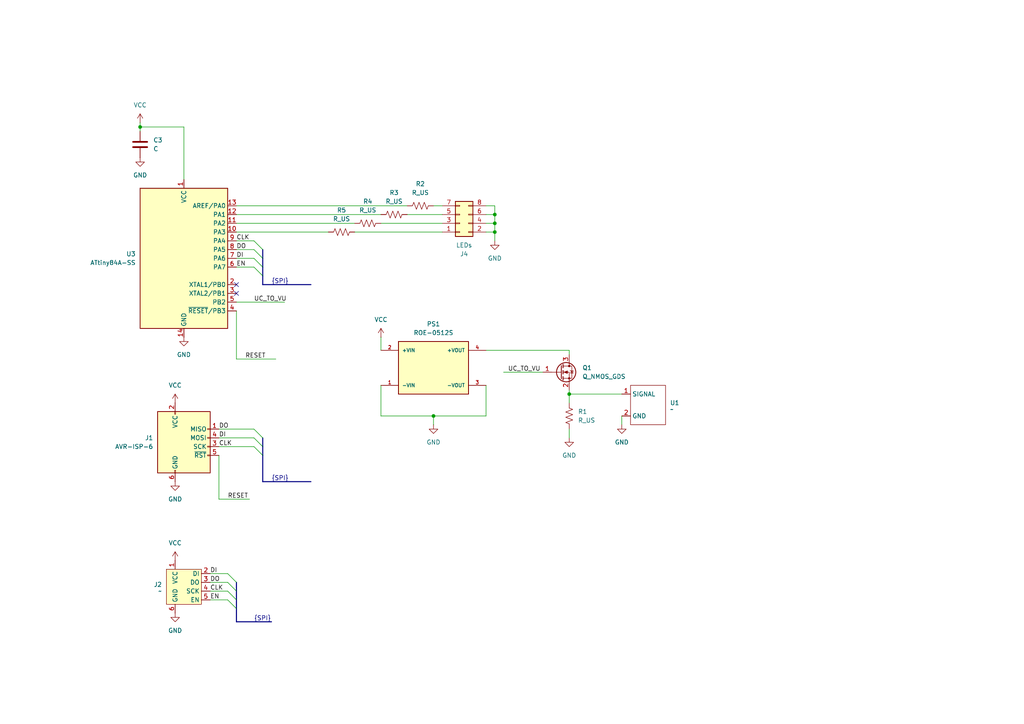
<source format=kicad_sch>
(kicad_sch (version 20231120) (generator "eeschema") (generator_version "8.0")
  (paper "A4")
  (lib_symbols
    (symbol "Connector:AVR-ISP-6" (pin_names (offset 1.016))
      (property "Reference" "J" (at -6.35 11.43 0))
      (property "Value" "AVR-ISP-6" (at 0 11.43 0))
      (symbol "AVR-ISP-6_0_1"
        (rectangle (start -2.667 -6.858) (end -2.413 -7.62))
        (rectangle (start -2.667 10.16) (end -2.413 9.398))
        (rectangle (start 7.62 -2.413) (end 6.858 -2.667))
        (rectangle (start 7.62 0.127) (end 6.858 -0.127))
        (rectangle (start 7.62 2.667) (end 6.858 2.413))
        (rectangle (start 7.62 5.207) (end 6.858 4.953))
        (rectangle (start 7.62 10.16) (end -7.62 -7.62) (stroke (width 0.254)) (fill (type background)))
      )
      (symbol "AVR-ISP-6_1_1"
        (pin passive line (at 10.16 5.08 180) (length 2.54) (name "MISO") (number "1"))
        (pin passive line (at -2.54 12.7 270) (length 2.54) (name "VCC") (number "2"))
        (pin passive line (at 10.16 0 180) (length 2.54) (name "SCK") (number "3"))
        (pin passive line (at 10.16 2.54 180) (length 2.54) (name "MOSI") (number "4"))
        (pin passive line (at 10.16 -2.54 180) (length 2.54) (name "~{RST}") (number "5"))
        (pin passive line (at -2.54 -10.16 90) (length 2.54) (name "GND") (number "6"))
      )
    )
    (symbol "Connector_Generic:Conn_02x04_Odd_Even" (pin_names (offset 1.016) hide)
      (property "Reference" "J" (at 1.27 5.08 0))
      (property "Value" "Conn_02x04_Odd_Even" (at 1.27 -7.62 0))
      (symbol "Conn_02x04_Odd_Even_1_1"
        (rectangle (start -1.27 -4.953) (end 0 -5.207) (stroke (width 0.1524)))
        (rectangle (start -1.27 -2.413) (end 0 -2.667) (stroke (width 0.1524)))
        (rectangle (start -1.27 0.127) (end 0 -0.127) (stroke (width 0.1524)))
        (rectangle (start -1.27 2.667) (end 0 2.413) (stroke (width 0.1524)))
        (rectangle (start -1.27 3.81) (end 3.81 -6.35) (stroke (width 0.254)) (fill (type background)))
        (rectangle (start 3.81 -4.953) (end 2.54 -5.207) (stroke (width 0.1524)))
        (rectangle (start 3.81 -2.413) (end 2.54 -2.667) (stroke (width 0.1524)))
        (rectangle (start 3.81 0.127) (end 2.54 -0.127) (stroke (width 0.1524)))
        (rectangle (start 3.81 2.667) (end 2.54 2.413) (stroke (width 0.1524)))
        (pin passive line (at -5.08 2.54 0) (length 3.81) (name "Pin_1") (number "1"))
        (pin passive line (at 7.62 2.54 180) (length 3.81) (name "Pin_2") (number "2"))
        (pin passive line (at -5.08 0 0) (length 3.81) (name "Pin_3") (number "3"))
        (pin passive line (at 7.62 0 180) (length 3.81) (name "Pin_4") (number "4"))
        (pin passive line (at -5.08 -2.54 0) (length 3.81) (name "Pin_5") (number "5"))
        (pin passive line (at 7.62 -2.54 180) (length 3.81) (name "Pin_6") (number "6"))
        (pin passive line (at -5.08 -5.08 0) (length 3.81) (name "Pin_7") (number "7"))
        (pin passive line (at 7.62 -5.08 180) (length 3.81) (name "Pin_8") (number "8"))
      )
    )
    (symbol "Device:C" (pin_numbers hide) (pin_names (offset 0.254))
      (property "Reference" "C" (at 0.635 2.54 0))
      (property "Value" "C" (at 0.635 -2.54 0))
      (symbol "C_0_1"
        (polyline (pts (xy -2.032 -0.762) (xy 2.032 -0.762)) (stroke (width 0.508)))
        (polyline (pts (xy -2.032 0.762) (xy 2.032 0.762)) (stroke (width 0.508)))
      )
      (symbol "C_1_1"
        (pin passive line (at 0 3.81 270) (length 2.794) (name "~") (number "1"))
        (pin passive line (at 0 -3.81 90) (length 2.794) (name "~") (number "2"))
      )
    )
    (symbol "Device:Q_NMOS_GSD" (pin_names (offset 0) hide)
      (property "Reference" "Q" (at 5.08 1.27 0))
      (property "Value" "Q_NMOS_GSD" (at 5.08 -1.27 0))
      (symbol "Q_NMOS_GSD_0_1"
        (polyline (pts (xy 0.254 0) (xy -2.54 0)))
        (polyline (pts (xy 0.254 1.905) (xy 0.254 -1.905)) (stroke (width 0.254)))
        (polyline (pts (xy 0.762 -1.27) (xy 0.762 -2.286)) (stroke (width 0.254)))
        (polyline (pts (xy 0.762 0.508) (xy 0.762 -0.508)) (stroke (width 0.254)))
        (polyline (pts (xy 0.762 2.286) (xy 0.762 1.27)) (stroke (width 0.254)))
        (polyline (pts (xy 2.54 2.54) (xy 2.54 1.778)))
        (polyline (pts (xy 2.54 -2.54) (xy 2.54 0) (xy 0.762 0)))
        (polyline (pts (xy 0.762 -1.778) (xy 3.302 -1.778) (xy 3.302 1.778) (xy 0.762 1.778)))
        (polyline (pts (xy 1.016 0) (xy 2.032 0.381) (xy 2.032 -0.381) (xy 1.016 0)) (fill (type outline)))
        (polyline (pts (xy 2.794 0.508) (xy 2.921 0.381) (xy 3.683 0.381) (xy 3.81 0.254)))
        (polyline (pts (xy 3.302 0.381) (xy 2.921 -0.254) (xy 3.683 -0.254) (xy 3.302 0.381)))
        (circle (center 1.651 0) (radius 2.794) (stroke (width 0.254)))
        (circle (center 2.54 -1.778) (radius 0.254) (fill (type outline)))
        (circle (center 2.54 1.778) (radius 0.254) (fill (type outline)))
      )
      (symbol "Q_NMOS_GSD_1_1"
        (pin input line (at -5.08 0 0) (length 2.54) (name "G") (number "1"))
        (pin passive line (at 2.54 -5.08 90) (length 2.54) (name "S") (number "2"))
        (pin passive line (at 2.54 5.08 270) (length 2.54) (name "D") (number "3"))
      )
    )
    (symbol "Device:R_US" (pin_numbers hide) (pin_names (offset 0))
      (property "Reference" "R" (at 2.54 0 90))
      (property "Value" "R_US" (at -2.54 0 90))
      (symbol "R_US_0_1"
        (polyline (pts (xy 0 -2.286) (xy 0 -2.54)))
        (polyline (pts (xy 0 2.286) (xy 0 2.54)))
        (polyline (pts (xy 0 -0.762) (xy 1.016 -1.143) (xy 0 -1.524) (xy -1.016 -1.905) (xy 0 -2.286)))
        (polyline (pts (xy 0 0.762) (xy 1.016 0.381) (xy 0 0) (xy -1.016 -0.381) (xy 0 -0.762)))
        (polyline (pts (xy 0 2.286) (xy 1.016 1.905) (xy 0 1.524) (xy -1.016 1.143) (xy 0 0.762)))
      )
      (symbol "R_US_1_1"
        (pin passive line (at 0 3.81 270) (length 1.27) (name "~") (number "1"))
        (pin passive line (at 0 -3.81 90) (length 1.27) (name "~") (number "2"))
      )
    )
    (symbol "Garth Libraries:SPI-Comm-Jack"
      (property "Reference" "J" (at 0 0 0))
      (property "Value" "SPI-Comm" (at 0 0 0))
      (symbol "SPI-Comm-Jack_1_1"
        (rectangle (start -5.08 5.08) (end 5.08 -5.08) (fill (type background)))
        (pin power_out line (at -2.54 7.62 270) (length 2.54) (name "VCC") (number "1"))
        (pin input line (at 7.62 3.81 180) (length 2.54) (name "DI") (number "2"))
        (pin output line (at 7.62 1.27 180) (length 2.54) (name "DO") (number "3"))
        (pin input line (at 7.62 -1.27 180) (length 2.54) (name "SCK") (number "4"))
        (pin input line (at 7.62 -3.81 180) (length 2.54) (name "EN") (number "5"))
        (pin power_out line (at -2.54 -7.62 90) (length 2.54) (name "GND") (number "6"))
      )
    )
    (symbol "Garth Libraries:VU-Meter"
      (property "Reference" "U" (at 2.54 7.366 0))
      (symbol "VU-Meter_0_1"
        (rectangle (start -2.54 6.35) (end 7.62 -5.08))
      )
      (symbol "VU-Meter_1_1"
        (pin input line (at -5.08 3.81 0) (length 2.54) (name "SIGNAL") (number "1"))
        (pin power_in line (at -5.08 -2.54 0) (length 2.54) (name "GND") (number "2"))
      )
    )
    (symbol "MCU_Microchip_ATtiny:ATtiny84A-SS"
      (property "Reference" "U" (at -12.7 21.59 0))
      (property "Value" "ATtiny84A-SS" (at 2.54 -21.59 0))
      (symbol "ATtiny84A-SS_0_1"
        (rectangle (start -12.7 -20.32) (end 12.7 20.32) (stroke (width 0.254)) (fill (type background)))
      )
      (symbol "ATtiny84A-SS_1_1"
        (pin power_in line (at 0 22.86 270) (length 2.54) (name "VCC") (number "1"))
        (pin bidirectional line (at 15.24 7.62 180) (length 2.54) (name "PA3") (number "10"))
        (pin bidirectional line (at 15.24 10.16 180) (length 2.54) (name "PA2") (number "11"))
        (pin bidirectional line (at 15.24 12.7 180) (length 2.54) (name "PA1") (number "12"))
        (pin bidirectional line (at 15.24 15.24 180) (length 2.54) (name "AREF/PA0") (number "13"))
        (pin power_in line (at 0 -22.86 90) (length 2.54) (name "GND") (number "14"))
        (pin bidirectional line (at 15.24 -7.62 180) (length 2.54) (name "XTAL1/PB0") (number "2"))
        (pin bidirectional line (at 15.24 -10.16 180) (length 2.54) (name "XTAL2/PB1") (number "3"))
        (pin bidirectional line (at 15.24 -15.24 180) (length 2.54) (name "~{RESET}/PB3") (number "4"))
        (pin bidirectional line (at 15.24 -12.7 180) (length 2.54) (name "PB2") (number "5"))
        (pin bidirectional line (at 15.24 -2.54 180) (length 2.54) (name "PA7") (number "6"))
        (pin bidirectional line (at 15.24 0 180) (length 2.54) (name "PA6") (number "7"))
        (pin bidirectional line (at 15.24 2.54 180) (length 2.54) (name "PA5") (number "8"))
        (pin bidirectional line (at 15.24 5.08 180) (length 2.54) (name "PA4") (number "9"))
      )
    )
    (symbol "ROE-0512S:ROE-0512S" (pin_names (offset 1.016))
      (property "Reference" "PS" (at -10.1639 8.8979 0))
      (property "Value" "ROE-0512S" (at -10.1614 -10.1627 0))
      (symbol "ROE-0512S_0_0"
        (rectangle (start -10.16 -7.62) (end 10.16 7.62) (stroke (width 0.254)) (fill (type background)))
        (pin input line (at -15.24 -5.08 0) (length 5.08) (name "-VIN") (number "1"))
        (pin input line (at -15.24 5.08 0) (length 5.08) (name "+VIN") (number "2"))
        (pin output line (at 15.24 -5.08 180) (length 5.08) (name "-VOUT") (number "3"))
        (pin output line (at 15.24 5.08 180) (length 5.08) (name "+VOUT") (number "4"))
      )
    )
    (symbol "power:GND" (power) (pin_numbers hide) (pin_names (offset 0) hide)
      (property "Value" "GND" (at 0 -3.81 0))
      (symbol "GND_0_1"
        (polyline (pts (xy 0 0) (xy 0 -1.27) (xy 1.27 -1.27) (xy 0 -2.54) (xy -1.27 -1.27) (xy 0 -1.27)))
      )
      (symbol "GND_1_1"
        (pin power_in line (at 0 0 270) (length 0) (name "~") (number "1"))
      )
    )
    (symbol "power:VCC" (power) (pin_numbers hide) (pin_names (offset 0) hide)
      (property "Value" "VCC" (at 0 3.556 0))
      (symbol "VCC_0_1"
        (polyline (pts (xy -0.762 1.27) (xy 0 2.54)))
        (polyline (pts (xy 0 0) (xy 0 2.54)))
        (polyline (pts (xy 0 2.54) (xy 0.762 1.27)))
      )
      (symbol "VCC_1_1"
        (pin power_in line (at 0 0 90) (length 0) (name "~") (number "1"))
      )
    )
  )
  (bus_alias "" (members))
  (bus_alias "SPI" (members "DO" "DI" "CLK" "EN"))
  (junction (at 165.1 114.3))
  (junction (at 143.51 62.23))
  (junction (at 143.51 64.77))
  (junction (at 40.64 36.83))
  (junction (at 125.73 120.65))
  (junction (at 143.51 67.31))
  (no_connect (at 68.58 85.09))
  (no_connect (at 68.58 82.55))
  (bus_entry (at 76.2 74.93) (size -2.54 -2.54))
  (bus_entry (at 76.2 77.47) (size -2.54 -2.54))
  (bus_entry (at 68.58 168.91) (size -2.54 -2.54))
  (bus_entry (at 76.2 72.39) (size -2.54 -2.54))
  (bus_entry (at 76.2 80.01) (size -2.54 -2.54))
  (bus_entry (at 76.2 129.54) (size -2.54 -2.54))
  (bus_entry (at 76.2 132.08) (size -2.54 -2.54))
  (bus_entry (at 68.58 176.53) (size -2.54 -2.54))
  (bus_entry (at 76.2 127) (size -2.54 -2.54))
  (bus_entry (at 68.58 171.45) (size -2.54 -2.54))
  (bus_entry (at 68.58 173.99) (size -2.54 -2.54))
  (wire (pts (xy 68.58 64.77) (xy 102.87 64.77)))
  (wire (pts (xy 68.58 90.17) (xy 68.58 104.14)))
  (wire (pts (xy 63.5 124.46) (xy 73.66 124.46)))
  (wire (pts (xy 68.58 59.69) (xy 118.11 59.69)))
  (wire (pts (xy 40.64 36.83) (xy 53.34 36.83)))
  (wire (pts (xy 40.64 36.83) (xy 40.64 38.1)))
  (wire (pts (xy 68.58 69.85) (xy 73.66 69.85)))
  (wire (pts (xy 140.97 64.77) (xy 143.51 64.77)))
  (wire (pts (xy 60.96 171.45) (xy 66.04 171.45)))
  (bus (pts (xy 76.2 129.54) (xy 76.2 132.08)))
  (bus (pts (xy 76.2 72.39) (xy 76.2 74.93)))
  (wire (pts (xy 68.58 67.31) (xy 95.25 67.31)))
  (wire (pts (xy 143.51 62.23) (xy 143.51 59.69)))
  (wire (pts (xy 68.58 72.39) (xy 73.66 72.39)))
  (wire (pts (xy 63.5 144.78) (xy 72.39 144.78)))
  (wire (pts (xy 110.49 64.77) (xy 128.27 64.77)))
  (wire (pts (xy 180.34 120.65) (xy 180.34 123.19)))
  (wire (pts (xy 110.49 120.65) (xy 125.73 120.65)))
  (wire (pts (xy 140.97 101.6) (xy 165.1 101.6)))
  (bus (pts (xy 76.2 77.47) (xy 76.2 80.01)))
  (wire (pts (xy 165.1 114.3) (xy 180.34 114.3)))
  (wire (pts (xy 143.51 64.77) (xy 143.51 62.23)))
  (wire (pts (xy 110.49 111.76) (xy 110.49 120.65)))
  (wire (pts (xy 68.58 77.47) (xy 73.66 77.47)))
  (wire (pts (xy 165.1 124.46) (xy 165.1 127)))
  (wire (pts (xy 143.51 67.31) (xy 143.51 64.77)))
  (bus (pts (xy 76.2 127) (xy 76.2 129.54)))
  (wire (pts (xy 165.1 114.3) (xy 165.1 116.84)))
  (bus (pts (xy 68.58 180.34) (xy 78.74 180.34)))
  (bus (pts (xy 68.58 173.99) (xy 68.58 176.53)))
  (wire (pts (xy 60.96 173.99) (xy 66.04 173.99)))
  (wire (pts (xy 140.97 62.23) (xy 143.51 62.23)))
  (wire (pts (xy 125.73 120.65) (xy 125.73 123.19)))
  (bus (pts (xy 68.58 176.53) (xy 68.58 180.34)))
  (bus (pts (xy 68.58 171.45) (xy 68.58 173.99)))
  (wire (pts (xy 63.5 132.08) (xy 63.5 144.78)))
  (bus (pts (xy 76.2 132.08) (xy 76.2 139.7)))
  (wire (pts (xy 165.1 101.6) (xy 165.1 102.87)))
  (wire (pts (xy 165.1 113.03) (xy 165.1 114.3)))
  (wire (pts (xy 118.11 62.23) (xy 128.27 62.23)))
  (wire (pts (xy 140.97 67.31) (xy 143.51 67.31)))
  (wire (pts (xy 68.58 104.14) (xy 80.01 104.14)))
  (wire (pts (xy 53.34 52.07) (xy 53.34 36.83)))
  (wire (pts (xy 63.5 127) (xy 73.66 127)))
  (wire (pts (xy 140.97 59.69) (xy 143.51 59.69)))
  (wire (pts (xy 68.58 62.23) (xy 110.49 62.23)))
  (bus (pts (xy 76.2 74.93) (xy 76.2 77.47)))
  (wire (pts (xy 60.96 166.37) (xy 66.04 166.37)))
  (bus (pts (xy 76.2 80.01) (xy 76.2 82.55)))
  (wire (pts (xy 102.87 67.31) (xy 128.27 67.31)))
  (bus (pts (xy 76.2 139.7) (xy 90.17 139.7)))
  (wire (pts (xy 146.05 107.95) (xy 157.48 107.95)))
  (wire (pts (xy 125.73 120.65) (xy 140.97 120.65)))
  (wire (pts (xy 63.5 129.54) (xy 73.66 129.54)))
  (wire (pts (xy 143.51 69.85) (xy 143.51 67.31)))
  (bus (pts (xy 76.2 82.55) (xy 90.17 82.55)))
  (wire (pts (xy 68.58 87.63) (xy 82.55 87.63)))
  (wire (pts (xy 40.64 35.56) (xy 40.64 36.83)))
  (wire (pts (xy 140.97 120.65) (xy 140.97 111.76)))
  (wire (pts (xy 60.96 168.91) (xy 66.04 168.91)))
  (wire (pts (xy 110.49 101.6) (xy 110.49 97.79)))
  (wire (pts (xy 125.73 59.69) (xy 128.27 59.69)))
  (wire (pts (xy 68.58 74.93) (xy 73.66 74.93)))
  (bus (pts (xy 68.58 168.91) (xy 68.58 171.45)))
  (label "UC_TO_VU" (at 147.32 107.95 0))
  (label "DI" (at 60.96 166.37 0))
  (label "{SPI}" (at 78.74 82.55 0))
  (label "CLK" (at 68.58 69.85 0))
  (label "DI" (at 63.5 127 0))
  (label "RESET" (at 66.04 144.78 0))
  (label "DO" (at 63.5 124.46 0))
  (label "{SPI}" (at 73.66 180.34 0))
  (label "DO" (at 68.58 72.39 0))
  (label "DO" (at 60.96 168.91 0))
  (label "{SPI}" (at 78.74 139.7 0))
  (label "EN" (at 60.96 173.99 0))
  (label "CLK" (at 63.5 129.54 0))
  (label "EN" (at 68.58 77.47 0))
  (label "RESET" (at 71.12 104.14 0))
  (label "UC_TO_VU" (at 73.66 87.63 0))
  (label "CLK" (at 60.96 171.45 0))
  (label "DI" (at 68.58 74.93 0))
  (symbol (lib_id "power:GND") (at 40.64 45.72 0) (unit 1)
    (property "Reference" "#PWR010" (effects (hide yes)))
    (property "Value" "GND" (at 40.64 50.8 0))
    (property "Description" "Power symbol creates a global label with name \"GND\" , ground" (effects (hide yes)))
  )
  (symbol (lib_id "Device:R_US") (at 99.06 67.31 90) (unit 1)
    (property "Reference" "R5" (at 99.06 60.96 90))
    (property "Value" "R_US" (at 99.06 63.5 90))
    (property "Footprint" "Resistor_SMD:R_0805_2012Metric_Pad1.20x1.40mm_HandSolder" (effects (hide yes)))
    (property "Description" "Resistor, US symbol" (effects (hide yes)))
  )
  (symbol (lib_id "Garth Libraries:SPI-Comm-Jack") (at 53.34 170.18 0) (unit 1)
    (property "Reference" "J2" (at 46.99 169.5449 0) (effects (justify right)))
    (property "Value" "~" (at 46.99 171.45 0) (effects (justify right)))
    (property "Footprint" "Garth:RJ11-Straight" (effects (hide yes)))
  )
  (symbol (lib_id "Device:R_US") (at 121.92 59.69 90) (unit 1)
    (property "Reference" "R2" (at 121.92 53.34 90))
    (property "Value" "R_US" (at 121.92 55.88 90))
    (property "Footprint" "Resistor_SMD:R_0805_2012Metric_Pad1.20x1.40mm_HandSolder" (effects (hide yes)))
    (property "Description" "Resistor, US symbol" (effects (hide yes)))
  )
  (symbol (lib_id "power:GND") (at 165.1 127 0) (unit 1)
    (property "Reference" "#PWR02" (effects (hide yes)))
    (property "Value" "GND" (at 165.1 132.08 0))
    (property "Description" "Power symbol creates a global label with name \"GND\" , ground" (effects (hide yes)))
  )
  (symbol (lib_id "power:VCC") (at 110.49 97.79 0) (unit 1)
    (property "Reference" "#PWR03" (effects (hide yes)))
    (property "Value" "VCC" (at 110.49 92.71 0))
    (property "Description" "Power symbol creates a global label with name \"VCC\"" (effects (hide yes)))
  )
  (symbol (lib_id "MCU_Microchip_ATtiny:ATtiny84A-SS") (at 53.34 74.93 0) (unit 1)
    (property "Reference" "U3" (at 39.37 73.6599 0) (effects (justify right)))
    (property "Value" "ATtiny84A-SS" (at 39.37 76.1999 0) (effects (justify right)))
    (property "Footprint" "Package_SO:SOIC-14_3.9x8.7mm_P1.27mm" (effects (hide yes)))
    (property "Datasheet" "http://ww1.microchip.com/downloads/en/DeviceDoc/doc8183.pdf" (effects (hide yes)))
    (property "Description" "20MHz, 8kB Flash, 512B SRAM, 512B EEPROM, debugWIRE, SOIC-14" (effects (hide yes)))
  )
  (symbol (lib_id "Device:C") (at 40.64 41.91 0) (unit 1)
    (property "Reference" "C3" (at 44.45 40.6399 0) (effects (justify left)))
    (property "Value" "C" (at 44.45 43.1799 0) (effects (justify left)))
    (property "Footprint" "Capacitor_SMD:C_0805_2012Metric" (effects (hide yes)))
    (property "Description" "Unpolarized capacitor" (effects (hide yes)))
  )
  (symbol (lib_id "Device:R_US") (at 106.68 64.77 90) (unit 1)
    (property "Reference" "R4" (at 106.68 58.42 90))
    (property "Value" "R_US" (at 106.68 60.96 90))
    (property "Footprint" "Resistor_SMD:R_0805_2012Metric_Pad1.20x1.40mm_HandSolder" (effects (hide yes)))
    (property "Description" "Resistor, US symbol" (effects (hide yes)))
  )
  (symbol (lib_id "power:VCC") (at 40.64 35.56 0) (unit 1)
    (property "Reference" "#PWR09" (effects (hide yes)))
    (property "Value" "VCC" (at 40.64 30.48 0))
    (property "Description" "Power symbol creates a global label with name \"VCC\"" (effects (hide yes)))
  )
  (symbol (lib_id "power:GND") (at 53.34 97.79 0) (unit 1)
    (property "Reference" "#PWR011" (effects (hide yes)))
    (property "Value" "GND" (at 53.34 102.87 0))
    (property "Description" "Power symbol creates a global label with name \"GND\" , ground" (effects (hide yes)))
  )
  (symbol (lib_id "Connector:AVR-ISP-6") (at 53.34 129.54 0) (unit 1)
    (property "Reference" "J1" (at 44.45 126.9999 0) (effects (justify right)))
    (property "Value" "AVR-ISP-6" (at 44.45 129.5399 0) (effects (justify right)))
    (property "Footprint" "Connector_IDC:IDC-Header_2x03_P2.54mm_Vertical" (effects (hide yes)))
    (property "Datasheet" " ~" (effects (hide yes)))
    (property "Description" "Atmel 6-pin ISP connector" (effects (hide yes)))
  )
  (symbol (lib_id "Connector_Generic:Conn_02x04_Odd_Even") (at 133.35 64.77 0) (mirror x) (unit 1)
    (property "Reference" "J4" (at 134.62 73.66 0))
    (property "Value" "LEDs" (at 134.62 71.12 0))
    (property "Footprint" "Connector_PinHeader_2.54mm:PinHeader_2x04_P2.54mm_Vertical" (effects (hide yes)))
    (property "Description" "Generic connector, double row, 02x04, odd/even pin numbering scheme (row 1 odd numbers, row 2 even numbers), script generated (kicad-library-utils/schlib/autogen/connector/)" (effects (hide yes)))
  )
  (symbol (lib_id "Garth Libraries:VU-Meter") (at 185.42 118.11 0) (unit 1)
    (property "Reference" "U1" (at 194.31 116.8399 0) (effects (justify left)))
    (property "Value" "~" (at 194.31 118.745 0) (effects (justify left)))
    (property "Footprint" "Garth:VU-Meter" (effects (hide yes)))
  )
  (symbol (lib_id "Device:Q_NMOS_GSD") (at 162.56 107.95 0) (unit 1)
    (property "Reference" "Q1" (at 168.91 106.6799 0) (effects (justify left)))
    (property "Value" "Q_NMOS_GDS" (at 168.91 109.2199 0) (effects (justify left)))
    (property "Footprint" "Package_TO_SOT_SMD:SOT-323_SC-70_Handsoldering" (effects (hide yes)))
    (property "Description" "N-MOSFET transistor, gate/source/drain" (effects (hide yes)))
  )
  (symbol (lib_id "ROE-0512S:ROE-0512S") (at 125.73 106.68 0) (unit 1)
    (property "Reference" "PS1" (at 125.73 93.98 0))
    (property "Value" "ROE-0512S" (at 125.73 96.52 0))
    (property "Footprint" "ROE-0512S:CONV_ROE-0512S" (effects (hide yes)))
    (property "PARTREV" "5" (effects (hide yes)))
    (property "STANDARD" "Manufacturer Recommendations" (effects (hide yes)))
    (property "MAXIMUM_PACKAGE_HEIGHT" "10.00mm" (effects (hide yes)))
    (property "MANUFACTURER" "RECOM" (effects (hide yes)))
  )
  (symbol (lib_id "power:GND") (at 143.51 69.85 0) (unit 1)
    (property "Reference" "#PWR05" (effects (hide yes)))
    (property "Value" "GND" (at 143.51 74.93 0))
    (property "Description" "Power symbol creates a global label with name \"GND\" , ground" (effects (hide yes)))
  )
  (symbol (lib_id "power:GND") (at 50.8 139.7 0) (unit 1)
    (property "Reference" "#PWR013" (effects (hide yes)))
    (property "Value" "GND" (at 50.8 144.78 0))
    (property "Description" "Power symbol creates a global label with name \"GND\" , ground" (effects (hide yes)))
  )
  (symbol (lib_id "Device:R_US") (at 165.1 120.65 0) (unit 1)
    (property "Reference" "R1" (at 167.64 119.3799 0) (effects (justify left)))
    (property "Value" "R_US" (at 167.64 121.9199 0) (effects (justify left)))
    (property "Footprint" "Resistor_SMD:R_0805_2012Metric_Pad1.20x1.40mm_HandSolder" (effects (hide yes)))
    (property "Description" "Resistor, US symbol" (effects (hide yes)))
  )
  (symbol (lib_id "power:GND") (at 50.8 177.8 0) (unit 1)
    (property "Reference" "#PWR014" (effects (hide yes)))
    (property "Value" "GND" (at 50.8 182.88 0))
    (property "Description" "Power symbol creates a global label with name \"GND\" , ground" (effects (hide yes)))
  )
  (symbol (lib_id "power:VCC") (at 50.8 162.56 0) (unit 1)
    (property "Reference" "#PWR015" (effects (hide yes)))
    (property "Value" "VCC" (at 50.8 157.48 0))
    (property "Description" "Power symbol creates a global label with name \"VCC\"" (effects (hide yes)))
  )
  (symbol (lib_id "Device:R_US") (at 114.3 62.23 90) (unit 1)
    (property "Reference" "R3" (at 114.3 55.88 90))
    (property "Value" "R_US" (at 114.3 58.42 90))
    (property "Footprint" "Resistor_SMD:R_0805_2012Metric_Pad1.20x1.40mm_HandSolder" (effects (hide yes)))
    (property "Description" "Resistor, US symbol" (effects (hide yes)))
  )
  (symbol (lib_id "power:GND") (at 125.73 123.19 0) (unit 1)
    (property "Reference" "#PWR01" (effects (hide yes)))
    (property "Value" "GND" (at 125.73 128.27 0))
    (property "Description" "Power symbol creates a global label with name \"GND\" , ground" (effects (hide yes)))
  )
  (symbol (lib_id "power:GND") (at 180.34 123.19 0) (unit 1)
    (property "Reference" "#PWR04" (effects (hide yes)))
    (property "Value" "GND" (at 180.34 128.27 0))
    (property "Description" "Power symbol creates a global label with name \"GND\" , ground" (effects (hide yes)))
  )
  (symbol (lib_id "power:VCC") (at 50.8 116.84 0) (unit 1)
    (property "Reference" "#PWR012" (effects (hide yes)))
    (property "Value" "VCC" (at 50.8 111.76 0))
    (property "Description" "Power symbol creates a global label with name \"VCC\"" (effects (hide yes)))
  )
)
</source>
